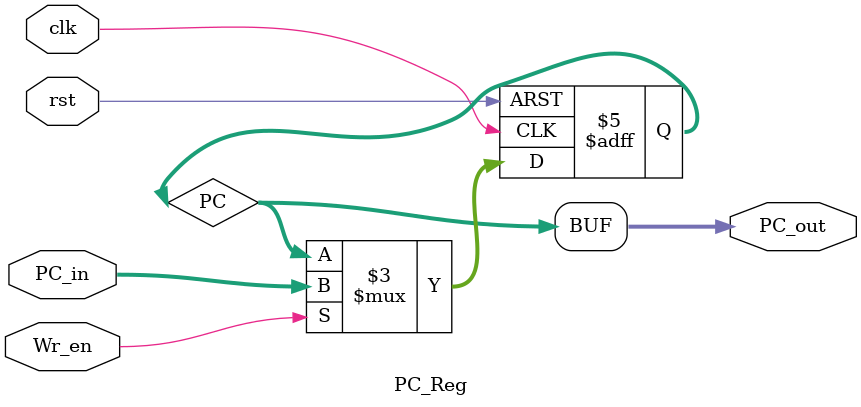
<source format=v>

module PC_Reg (
	//INPUTs
	input rst,
	input clk, 				//100Mhz
	input [31:0] PC_in,		//Program Counter 
	input Wr_en,
	
	//OUTPUTs
	output [31:0] PC_out	//Program Counter to be executed this cycle
);

	reg [31:0] PC;
	reg [31:0] Inst;
	
	always @ (posedge clk or negedge rst) begin
		if (~rst) begin
			PC <= 32'h400000;
		end else begin
			if (Wr_en) begin
				PC <= PC_in;
			end
		end
	end
	assign PC_out = PC;
endmodule
</source>
